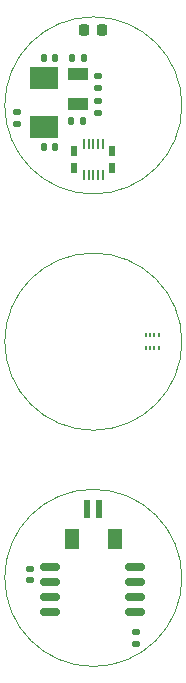
<source format=gbr>
%TF.GenerationSoftware,KiCad,Pcbnew,9.0.0*%
%TF.CreationDate,2025-03-13T16:46:45-04:00*%
%TF.ProjectId,IngestibleCapsule-Board_larger_vias,496e6765-7374-4696-926c-654361707375,rev?*%
%TF.SameCoordinates,Original*%
%TF.FileFunction,Paste,Bot*%
%TF.FilePolarity,Positive*%
%FSLAX46Y46*%
G04 Gerber Fmt 4.6, Leading zero omitted, Abs format (unit mm)*
G04 Created by KiCad (PCBNEW 9.0.0) date 2025-03-13 16:46:45*
%MOMM*%
%LPD*%
G01*
G04 APERTURE LIST*
G04 Aperture macros list*
%AMRoundRect*
0 Rectangle with rounded corners*
0 $1 Rounding radius*
0 $2 $3 $4 $5 $6 $7 $8 $9 X,Y pos of 4 corners*
0 Add a 4 corners polygon primitive as box body*
4,1,4,$2,$3,$4,$5,$6,$7,$8,$9,$2,$3,0*
0 Add four circle primitives for the rounded corners*
1,1,$1+$1,$2,$3*
1,1,$1+$1,$4,$5*
1,1,$1+$1,$6,$7*
1,1,$1+$1,$8,$9*
0 Add four rect primitives between the rounded corners*
20,1,$1+$1,$2,$3,$4,$5,0*
20,1,$1+$1,$4,$5,$6,$7,0*
20,1,$1+$1,$6,$7,$8,$9,0*
20,1,$1+$1,$8,$9,$2,$3,0*%
G04 Aperture macros list end*
%ADD10R,2.400000X1.900000*%
%ADD11R,0.220000X0.900000*%
%ADD12R,0.500000X0.850000*%
%ADD13R,0.600000X1.550000*%
%ADD14R,1.200000X1.800000*%
%ADD15RoundRect,0.135000X-0.185000X0.135000X-0.185000X-0.135000X0.185000X-0.135000X0.185000X0.135000X0*%
%ADD16RoundRect,0.140000X0.140000X0.170000X-0.140000X0.170000X-0.140000X-0.170000X0.140000X-0.170000X0*%
%ADD17RoundRect,0.225000X-0.225000X-0.250000X0.225000X-0.250000X0.225000X0.250000X-0.225000X0.250000X0*%
%ADD18RoundRect,0.140000X-0.140000X-0.170000X0.140000X-0.170000X0.140000X0.170000X-0.140000X0.170000X0*%
%ADD19RoundRect,0.147500X0.172500X-0.147500X0.172500X0.147500X-0.172500X0.147500X-0.172500X-0.147500X0*%
%ADD20RoundRect,0.140000X-0.170000X0.140000X-0.170000X-0.140000X0.170000X-0.140000X0.170000X0.140000X0*%
%ADD21RoundRect,0.162500X0.650000X0.162500X-0.650000X0.162500X-0.650000X-0.162500X0.650000X-0.162500X0*%
%ADD22R,0.230000X0.350000*%
%ADD23R,1.800000X1.000000*%
%TA.AperFunction,Profile*%
%ADD24C,0.050000*%
%TD*%
G04 APERTURE END LIST*
D10*
%TO.C,Y1*%
X95800000Y-76800000D03*
X95800000Y-72700000D03*
%TD*%
D11*
%TO.C,J5*%
X100800001Y-78285001D03*
X100399999Y-78285001D03*
X100000000Y-78285001D03*
X99600001Y-78285001D03*
X99199999Y-78285001D03*
X100800001Y-80914999D03*
X100399999Y-80914999D03*
X100000000Y-80914999D03*
X99600001Y-80914999D03*
X99199999Y-80914999D03*
D12*
X101600000Y-80340000D03*
X98400003Y-80340000D03*
X101600000Y-78860000D03*
X98400003Y-78860000D03*
%TD*%
D13*
%TO.C,J6*%
X100500000Y-109163000D03*
X99500000Y-109163000D03*
D14*
X101800000Y-111688000D03*
X98200000Y-111688000D03*
%TD*%
D15*
%TO.C,R4*%
X100400000Y-74590000D03*
X100400000Y-75610000D03*
%TD*%
D16*
%TO.C,C2*%
X96760000Y-78500000D03*
X95800000Y-78500000D03*
%TD*%
D15*
%TO.C,R8*%
X103597500Y-119610000D03*
X103597500Y-120630000D03*
%TD*%
D17*
%TO.C,C24*%
X99225000Y-68600000D03*
X100775000Y-68600000D03*
%TD*%
D18*
%TO.C,C4*%
X98140000Y-76300000D03*
X99100000Y-76300000D03*
%TD*%
D19*
%TO.C,D1*%
X100400000Y-73485000D03*
X100400000Y-72515000D03*
%TD*%
D15*
%TO.C,R1*%
X93500000Y-75590000D03*
X93500000Y-76610000D03*
%TD*%
D20*
%TO.C,C14*%
X94597500Y-114235000D03*
X94597500Y-115195000D03*
%TD*%
D21*
%TO.C,U4*%
X103535000Y-114090000D03*
X103535000Y-115360000D03*
X103535000Y-116630000D03*
X103535000Y-117900000D03*
X96360000Y-117900000D03*
X96360000Y-116630000D03*
X96360000Y-115360000D03*
X96360000Y-114090000D03*
%TD*%
D22*
%TO.C,J3*%
X104475000Y-94425000D03*
X104475000Y-95575000D03*
X104824999Y-94425000D03*
X104824999Y-95575000D03*
X105175001Y-94425000D03*
X105175001Y-95575000D03*
X105525000Y-94425000D03*
X105525000Y-95575000D03*
%TD*%
D16*
%TO.C,C1*%
X96760000Y-71000000D03*
X95800000Y-71000000D03*
%TD*%
D18*
%TO.C,C3*%
X98220000Y-71000000D03*
X99180000Y-71000000D03*
%TD*%
D23*
%TO.C,Y2*%
X98671772Y-74850000D03*
X98671772Y-72350000D03*
%TD*%
D24*
X107500000Y-115000000D02*
G75*
G02*
X92500000Y-115000000I-7500000J0D01*
G01*
X92500000Y-115000000D02*
G75*
G02*
X107500000Y-115000000I7500000J0D01*
G01*
X107500000Y-95000000D02*
G75*
G02*
X92500000Y-95000000I-7500000J0D01*
G01*
X92500000Y-95000000D02*
G75*
G02*
X107500000Y-95000000I7500000J0D01*
G01*
X107500000Y-75000000D02*
G75*
G02*
X92500000Y-75000000I-7500000J0D01*
G01*
X92500000Y-75000000D02*
G75*
G02*
X107500000Y-75000000I7500000J0D01*
G01*
M02*

</source>
